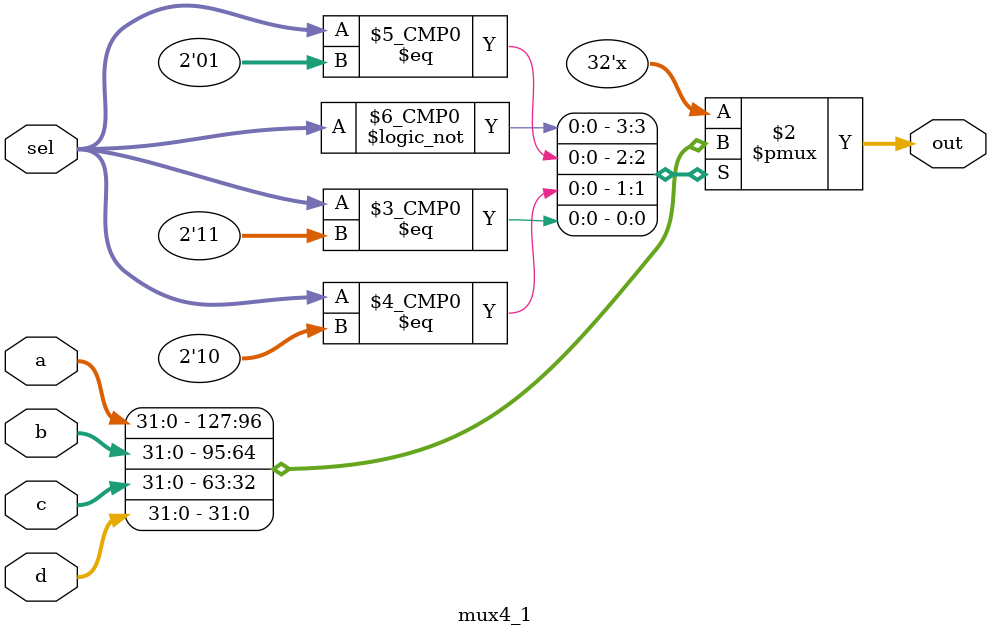
<source format=v>
`timescale 1ns / 1ps


module mux4_1(input [31:0] a, b, c, d,
              input [1:0] sel,
              output reg [31:0] out);
              
    always @(a or b or c or d or sel) begin
        case (sel)
            2'b00: out <= a;
            2'b01: out <= b;
            2'b10: out <= c;
            2'b11: out <= d;
        endcase
    end     

endmodule

</source>
